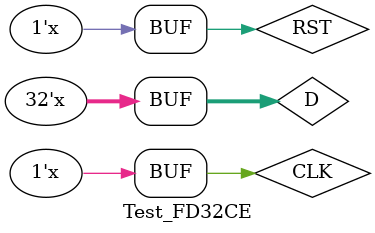
<source format=v>
`timescale 1ns / 1ps


module Test_FD32CE;

	// Inputs
	reg [31:0] D;
	reg CLK;
	reg RST;

	// Outputs
	wire [31:0] Q;

	// Instantiate the Unit Under Test (UUT)
	FD32CE uut (
		.D(D), 
		.CLK(CLK), 
		.RST(RST), 
		.Q(Q)
	);

	initial begin
		// Initialize Inputs
		D = 0;
		CLK = 0;
		RST = 0;

		// Wait 100 ns for global reset to finish
		#100;
        
		// Add stimulus here

	end
	
	always
	begin 
	#10;
	CLK = ~CLK;
	end
   
	always
	begin
	#100;
	D = D+1;
	end
	
	always
	begin
	#50;
	RST = ~RST;
	end
endmodule


</source>
